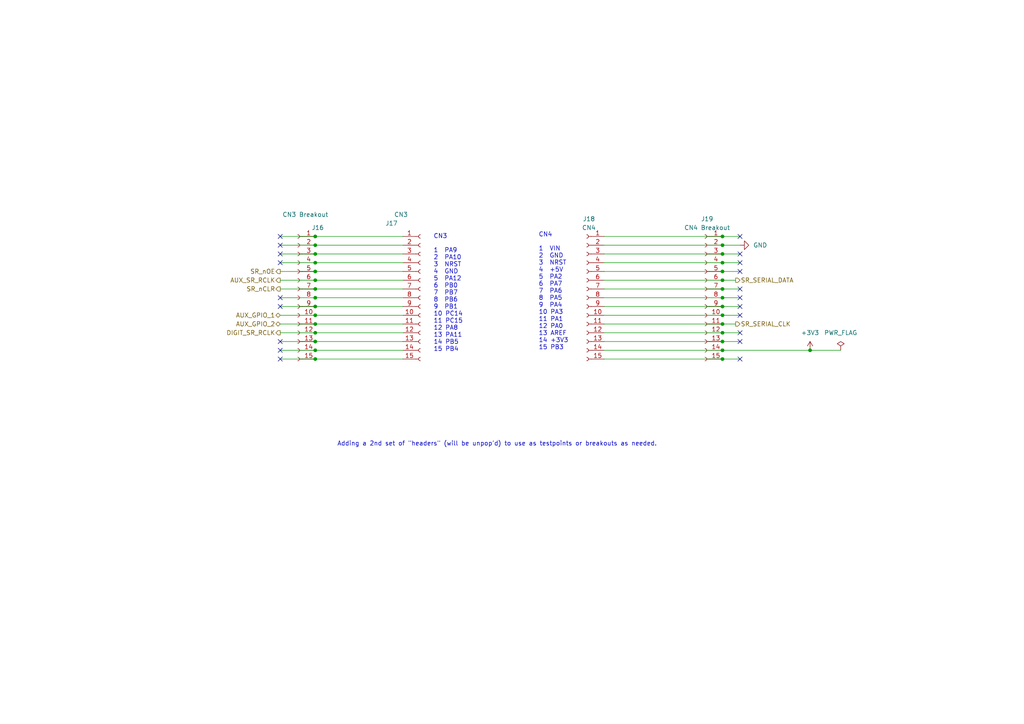
<source format=kicad_sch>
(kicad_sch (version 20211123) (generator eeschema)
  (paper "A4")
  (title_block (title "Arena Clock Carrier") (date "2023-11-19") (rev "1.0") (company "MassDestruction (Sarah Pohorecky)"))
  (lib_symbols
    (symbol "Connector:Conn_01x15_Female" (pin_names (offset 1.016) hide)
      (property "Reference" "J" (at 0 20.32 0))
      (property "Value" "Conn_01x15_Female" (at 0 -20.32 0))
      (symbol "Conn_01x15_Female_1_1"
        (arc (start 0 -17.272) (mid -0.508 -17.78) (end 0 -18.288) (stroke (width 0.1524)))
        (arc (start 0 -14.732) (mid -0.508 -15.24) (end 0 -15.748) (stroke (width 0.1524)))
        (arc (start 0 -12.192) (mid -0.508 -12.7) (end 0 -13.208) (stroke (width 0.1524)))
        (arc (start 0 -9.652) (mid -0.508 -10.16) (end 0 -10.668) (stroke (width 0.1524)))
        (arc (start 0 -7.112) (mid -0.508 -7.62) (end 0 -8.128) (stroke (width 0.1524)))
        (arc (start 0 -4.572) (mid -0.508 -5.08) (end 0 -5.588) (stroke (width 0.1524)))
        (arc (start 0 -2.032) (mid -0.508 -2.54) (end 0 -3.048) (stroke (width 0.1524)))
        (polyline (pts (xy -1.27 -17.78) (xy -0.508 -17.78)) (stroke (width 0.1524)))
        (polyline (pts (xy -1.27 -15.24) (xy -0.508 -15.24)) (stroke (width 0.1524)))
        (polyline (pts (xy -1.27 -12.7) (xy -0.508 -12.7)) (stroke (width 0.1524)))
        (polyline (pts (xy -1.27 -10.16) (xy -0.508 -10.16)) (stroke (width 0.1524)))
        (polyline (pts (xy -1.27 -7.62) (xy -0.508 -7.62)) (stroke (width 0.1524)))
        (polyline (pts (xy -1.27 -5.08) (xy -0.508 -5.08)) (stroke (width 0.1524)))
        (polyline (pts (xy -1.27 -2.54) (xy -0.508 -2.54)) (stroke (width 0.1524)))
        (polyline (pts (xy -1.27 0) (xy -0.508 0)) (stroke (width 0.1524)))
        (polyline (pts (xy -1.27 2.54) (xy -0.508 2.54)) (stroke (width 0.1524)))
        (polyline (pts (xy -1.27 5.08) (xy -0.508 5.08)) (stroke (width 0.1524)))
        (polyline (pts (xy -1.27 7.62) (xy -0.508 7.62)) (stroke (width 0.1524)))
        (polyline (pts (xy -1.27 10.16) (xy -0.508 10.16)) (stroke (width 0.1524)))
        (polyline (pts (xy -1.27 12.7) (xy -0.508 12.7)) (stroke (width 0.1524)))
        (polyline (pts (xy -1.27 15.24) (xy -0.508 15.24)) (stroke (width 0.1524)))
        (polyline (pts (xy -1.27 17.78) (xy -0.508 17.78)) (stroke (width 0.1524)))
        (arc (start 0 0.508) (mid -0.508 0) (end 0 -0.508) (stroke (width 0.1524)))
        (arc (start 0 3.048) (mid -0.508 2.54) (end 0 2.032) (stroke (width 0.1524)))
        (arc (start 0 5.588) (mid -0.508 5.08) (end 0 4.572) (stroke (width 0.1524)))
        (arc (start 0 8.128) (mid -0.508 7.62) (end 0 7.112) (stroke (width 0.1524)))
        (arc (start 0 10.668) (mid -0.508 10.16) (end 0 9.652) (stroke (width 0.1524)))
        (arc (start 0 13.208) (mid -0.508 12.7) (end 0 12.192) (stroke (width 0.1524)))
        (arc (start 0 15.748) (mid -0.508 15.24) (end 0 14.732) (stroke (width 0.1524)))
        (arc (start 0 18.288) (mid -0.508 17.78) (end 0 17.272) (stroke (width 0.1524)))
        (pin passive line (at -5.08 17.78 0) (length 3.81) (name "Pin_1") (number "1"))
        (pin passive line (at -5.08 -5.08 0) (length 3.81) (name "Pin_10") (number "10"))
        (pin passive line (at -5.08 -7.62 0) (length 3.81) (name "Pin_11") (number "11"))
        (pin passive line (at -5.08 -10.16 0) (length 3.81) (name "Pin_12") (number "12"))
        (pin passive line (at -5.08 -12.7 0) (length 3.81) (name "Pin_13") (number "13"))
        (pin passive line (at -5.08 -15.24 0) (length 3.81) (name "Pin_14") (number "14"))
        (pin passive line (at -5.08 -17.78 0) (length 3.81) (name "Pin_15") (number "15"))
        (pin passive line (at -5.08 15.24 0) (length 3.81) (name "Pin_2") (number "2"))
        (pin passive line (at -5.08 12.7 0) (length 3.81) (name "Pin_3") (number "3"))
        (pin passive line (at -5.08 10.16 0) (length 3.81) (name "Pin_4") (number "4"))
        (pin passive line (at -5.08 7.62 0) (length 3.81) (name "Pin_5") (number "5"))
        (pin passive line (at -5.08 5.08 0) (length 3.81) (name "Pin_6") (number "6"))
        (pin passive line (at -5.08 2.54 0) (length 3.81) (name "Pin_7") (number "7"))
        (pin passive line (at -5.08 0 0) (length 3.81) (name "Pin_8") (number "8"))
        (pin passive line (at -5.08 -2.54 0) (length 3.81) (name "Pin_9") (number "9"))
      )
    )
    (symbol "power:+3V3" (power) (pin_names (offset 0))
      (property "Value" "+3V3" (at 0 3.556 0))
      (symbol "+3V3_0_1"
        (polyline (pts (xy -0.762 1.27) (xy 0 2.54)))
        (polyline (pts (xy 0 0) (xy 0 2.54)))
        (polyline (pts (xy 0 2.54) (xy 0.762 1.27)))
      )
      (symbol "+3V3_1_1"
        (pin power_in line (at 0 0 90) (length 0) hide (name "+3V3") (number "1"))
      )
    )
    (symbol "power:GND" (power) (pin_names (offset 0))
      (property "Value" "GND" (at 0 -3.81 0))
      (symbol "GND_0_1"
        (polyline (pts (xy 0 0) (xy 0 -1.27) (xy 1.27 -1.27) (xy 0 -2.54) (xy -1.27 -1.27) (xy 0 -1.27)))
      )
      (symbol "GND_1_1"
        (pin power_in line (at 0 0 270) (length 0) hide (name "GND") (number "1"))
      )
    )
    (symbol "power:PWR_FLAG" (power) (pin_numbers hide) (pin_names (offset 0) hide)
      (property "Value" "PWR_FLAG" (at 0 3.81 0))
      (symbol "PWR_FLAG_0_0"
        (pin power_out line (at 0 0 90) (length 0) (name "pwr") (number "1"))
      )
      (symbol "PWR_FLAG_0_1"
        (polyline (pts (xy 0 0) (xy 0 1.27) (xy -1.016 1.905) (xy 0 2.54) (xy 1.016 1.905) (xy 0 1.27)))
      )
    )
  )
  (junction (at 91.44 93.98))
  (junction (at 209.55 76.2))
  (junction (at 209.55 99.06))
  (junction (at 209.55 81.28))
  (junction (at 91.44 73.66))
  (junction (at 209.55 101.6))
  (junction (at 209.55 93.98))
  (junction (at 91.44 99.06))
  (junction (at 91.44 78.74))
  (junction (at 209.55 91.44))
  (junction (at 91.44 96.52))
  (junction (at 234.95 101.6))
  (junction (at 91.44 81.28))
  (junction (at 91.44 86.36))
  (junction (at 91.44 91.44))
  (junction (at 91.44 76.2))
  (junction (at 209.55 104.14))
  (junction (at 209.55 73.66))
  (junction (at 209.55 68.58))
  (junction (at 209.55 71.12))
  (junction (at 209.55 88.9))
  (junction (at 91.44 71.12))
  (junction (at 209.55 78.74))
  (junction (at 209.55 86.36))
  (junction (at 209.55 96.52))
  (junction (at 209.55 83.82))
  (junction (at 91.44 68.58))
  (junction (at 91.44 101.6))
  (junction (at 91.44 88.9))
  (junction (at 91.44 83.82))
  (junction (at 91.44 104.14))
  (no_connect (at 81.28 88.9))
  (no_connect (at 214.63 76.2))
  (no_connect (at 81.28 101.6))
  (no_connect (at 214.63 86.36))
  (no_connect (at 214.63 104.14))
  (no_connect (at 214.63 68.58))
  (no_connect (at 214.63 96.52))
  (no_connect (at 81.28 104.14))
  (no_connect (at 81.28 76.2))
  (no_connect (at 81.28 68.58))
  (no_connect (at 81.28 86.36))
  (no_connect (at 214.63 83.82))
  (no_connect (at 214.63 78.74))
  (no_connect (at 81.28 99.06))
  (no_connect (at 81.28 71.12))
  (no_connect (at 214.63 73.66))
  (no_connect (at 214.63 88.9))
  (no_connect (at 81.28 73.66))
  (no_connect (at 214.63 91.44))
  (no_connect (at 214.63 99.06))
  (wire (pts (xy 91.44 83.82) (xy 116.84 83.82)))
  (wire (pts (xy 175.26 76.2) (xy 209.55 76.2)))
  (wire (pts (xy 91.44 101.6) (xy 116.84 101.6)))
  (wire (pts (xy 91.44 68.58) (xy 116.84 68.58)))
  (wire (pts (xy 91.44 78.74) (xy 116.84 78.74)))
  (wire (pts (xy 209.55 71.12) (xy 214.63 71.12)))
  (wire (pts (xy 91.44 91.44) (xy 116.84 91.44)))
  (wire (pts (xy 81.28 81.28) (xy 91.44 81.28)))
  (wire (pts (xy 81.28 88.9) (xy 91.44 88.9)))
  (wire (pts (xy 91.44 93.98) (xy 116.84 93.98)))
  (wire (pts (xy 214.63 99.06) (xy 209.55 99.06)))
  (wire (pts (xy 81.28 83.82) (xy 91.44 83.82)))
  (wire (pts (xy 91.44 86.36) (xy 116.84 86.36)))
  (wire (pts (xy 91.44 104.14) (xy 116.84 104.14)))
  (wire (pts (xy 175.26 99.06) (xy 209.55 99.06)))
  (wire (pts (xy 81.28 78.74) (xy 91.44 78.74)))
  (wire (pts (xy 175.26 101.6) (xy 209.55 101.6)))
  (wire (pts (xy 209.55 93.98) (xy 213.36 93.98)))
  (wire (pts (xy 209.55 101.6) (xy 234.95 101.6)))
  (wire (pts (xy 81.28 73.66) (xy 91.44 73.66)))
  (wire (pts (xy 91.44 99.06) (xy 116.84 99.06)))
  (wire (pts (xy 214.63 91.44) (xy 209.55 91.44)))
  (wire (pts (xy 214.63 88.9) (xy 209.55 88.9)))
  (wire (pts (xy 214.63 76.2) (xy 209.55 76.2)))
  (wire (pts (xy 91.44 76.2) (xy 116.84 76.2)))
  (wire (pts (xy 234.95 101.6) (xy 243.84 101.6)))
  (wire (pts (xy 175.26 104.14) (xy 209.55 104.14)))
  (wire (pts (xy 91.44 81.28) (xy 116.84 81.28)))
  (wire (pts (xy 209.55 83.82) (xy 214.63 83.82)))
  (wire (pts (xy 175.26 68.58) (xy 209.55 68.58)))
  (wire (pts (xy 214.63 86.36) (xy 209.55 86.36)))
  (wire (pts (xy 175.26 83.82) (xy 209.55 83.82)))
  (wire (pts (xy 175.26 91.44) (xy 209.55 91.44)))
  (wire (pts (xy 175.26 73.66) (xy 209.55 73.66)))
  (wire (pts (xy 175.26 96.52) (xy 209.55 96.52)))
  (wire (pts (xy 214.63 73.66) (xy 209.55 73.66)))
  (wire (pts (xy 214.63 78.74) (xy 209.55 78.74)))
  (wire (pts (xy 214.63 68.58) (xy 209.55 68.58)))
  (wire (pts (xy 81.28 99.06) (xy 91.44 99.06)))
  (wire (pts (xy 81.28 86.36) (xy 91.44 86.36)))
  (wire (pts (xy 175.26 71.12) (xy 209.55 71.12)))
  (wire (pts (xy 175.26 78.74) (xy 209.55 78.74)))
  (wire (pts (xy 209.55 81.28) (xy 213.36 81.28)))
  (wire (pts (xy 175.26 93.98) (xy 209.55 93.98)))
  (wire (pts (xy 91.44 71.12) (xy 116.84 71.12)))
  (wire (pts (xy 81.28 91.44) (xy 91.44 91.44)))
  (wire (pts (xy 91.44 88.9) (xy 116.84 88.9)))
  (wire (pts (xy 175.26 86.36) (xy 209.55 86.36)))
  (wire (pts (xy 81.28 76.2) (xy 91.44 76.2)))
  (wire (pts (xy 91.44 73.66) (xy 116.84 73.66)))
  (wire (pts (xy 81.28 68.58) (xy 91.44 68.58)))
  (wire (pts (xy 81.28 96.52) (xy 91.44 96.52)))
  (wire (pts (xy 214.63 104.14) (xy 209.55 104.14)))
  (wire (pts (xy 175.26 88.9) (xy 209.55 88.9)))
  (wire (pts (xy 81.28 93.98) (xy 91.44 93.98)))
  (wire (pts (xy 81.28 104.14) (xy 91.44 104.14)))
  (wire (pts (xy 81.28 71.12) (xy 91.44 71.12)))
  (wire (pts (xy 175.26 81.28) (xy 209.55 81.28)))
  (wire (pts (xy 214.63 96.52) (xy 209.55 96.52)))
  (wire (pts (xy 81.28 101.6) (xy 91.44 101.6)))
  (wire (pts (xy 91.44 96.52) (xy 116.84 96.52)))
  (text "CN3\n\n1  PA9\n2  PA10\n3  NRST\n4  GND\n5  PA12\n6  PB0\n7  PB7\n8  PB6\n9  PB1\n10 PC14\n11 PC15\n12 PA8\n13 PA11\n14 PB5\n15 PB4\n\n" (at 125.73 104.14 0) (effects (font (size 1.27 1.27)) (justify left bottom)))
  (text "Adding a 2nd set of \"headers\" (will be unpop'd) to use as testpoints or breakouts as needed." (at 97.79 129.54 0) (effects (font (size 1.27 1.27)) (justify left bottom)))
  (text "CN4\n\n1  VIN\n2  GND\n3  NRST\n4  +5V\n5  PA2\n6  PA7\n7  PA6\n8  PA5\n9  PA4\n10 PA3\n11 PA1\n12 PA0\n13 AREF\n14 +3V3\n15 PB3" (at 156.21 101.6 0) (effects (font (size 1.27 1.27)) (justify left bottom)))
  (hierarchical_label "SR_SERIAL_DATA" (shape output) (at 213.36 81.28 0))
  (hierarchical_label "AUX_GPIO_1" (shape bidirectional) (at 81.28 91.44 180))
  (hierarchical_label "SR_nCLR" (shape output) (at 81.28 83.82 180))
  (hierarchical_label "AUX_GPIO_2" (shape bidirectional) (at 81.28 93.98 180))
  (hierarchical_label "DIGIT_SR_RCLK" (shape output) (at 81.28 96.52 180))
  (hierarchical_label "SR_nOE" (shape output) (at 81.28 78.74 180))
  (hierarchical_label "SR_SERIAL_CLK" (shape output) (at 213.36 93.98 0))
  (hierarchical_label "AUX_SR_RCLK" (shape output) (at 81.28 81.28 180))
  (symbol (lib_id "Connector:Conn_01x15_Female") (at 170.18 86.36 0) (mirror y) (unit 1)
    (property "Reference" "J18" (at 170.815 63.5 0))
    (property "Value" "CN4" (at 170.815 66.04 0))
    (property "Footprint" "Connector_PinHeader_2.54mm:PinHeader_1x15_P2.54mm_Vertical" (effects hide))
  )
  (symbol (lib_id "power:GND") (at 214.63 71.12 90) (mirror x) (unit 1)
    (property "Reference" "#PWR0101" (effects hide))
    (property "Value" "GND" (at 218.44 71.1199 90) (effects (justify right)))
  )
  (symbol (lib_id "power:PWR_FLAG") (at 243.84 101.6 0) (unit 1)
    (property "Reference" "#FLG03" (effects hide))
    (property "Value" "PWR_FLAG" (at 243.84 96.52 0))
  )
  (symbol (lib_id "Connector:Conn_01x15_Female") (at 121.92 86.36 0) (unit 1)
    (property "Reference" "J17" (at 111.76 64.77 0) (effects (justify left)))
    (property "Value" "CN3" (at 114.3 62.23 0) (effects (justify left)))
    (property "Footprint" "Connector_PinHeader_2.54mm:PinHeader_1x15_P2.54mm_Vertical" (effects hide))
  )
  (symbol (lib_id "power:+3V3") (at 234.95 101.6 0) (unit 1)
    (property "Reference" "#PWR052" (effects hide))
    (property "Value" "+3V3" (at 234.95 96.52 0))
  )
  (symbol (lib_id "Connector:Conn_01x15_Female") (at 204.47 86.36 0) (mirror y) (unit 1)
    (property "Reference" "J19" (at 205.105 63.5 0))
    (property "Value" "CN4 Breakout" (at 205.105 66.04 0))
    (property "Footprint" "Connector_PinHeader_2.54mm:PinHeader_1x15_P2.54mm_Vertical" (effects hide))
  )
  (symbol (lib_id "Connector:Conn_01x15_Female") (at 86.36 86.36 0) (mirror y) (unit 1)
    (property "Reference" "J16" (at 93.98 66.04 0) (effects (justify left)))
    (property "Value" "CN3 Breakout" (at 95.25 62.23 0) (effects (justify left)))
    (property "Footprint" "Connector_PinHeader_2.54mm:PinHeader_1x15_P2.54mm_Vertical" (effects hide))
  )
)
</source>
